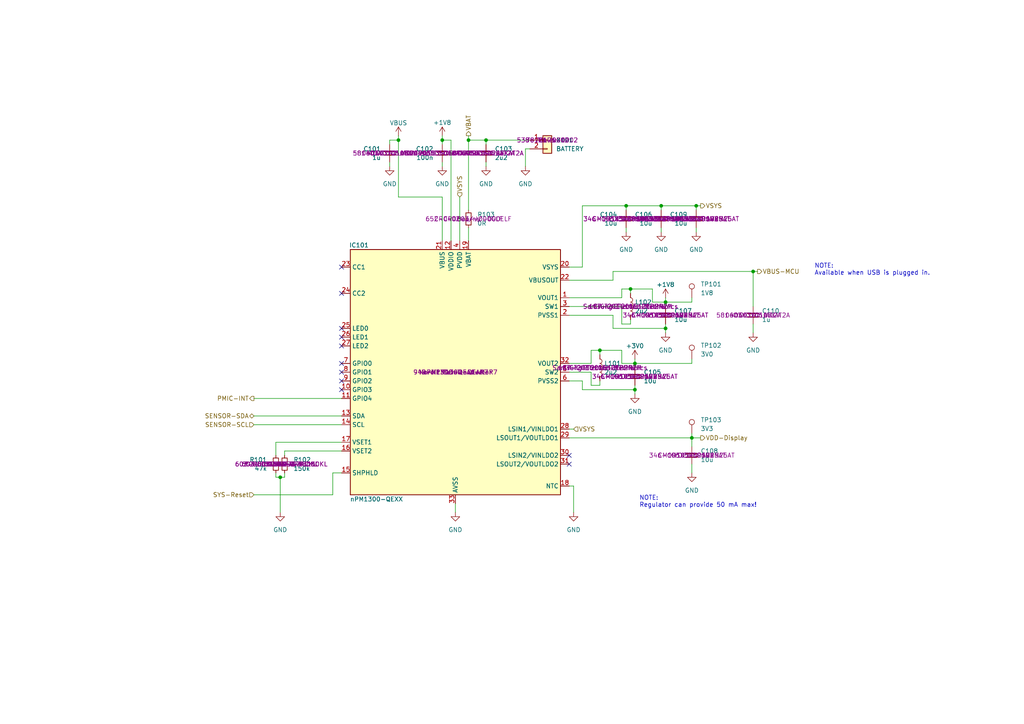
<source format=kicad_sch>
(kicad_sch (version 20250114) (generator "eeschema") (generator_version "9.0")
  (paper "A4")
  (title_block (title "ZSWatch v3") (date "2025-05-05") (rev "0") (company "github.com/jakkra/ZSWatch-HW"))
  (lib_symbols
    (symbol "Connector:TestPoint" (pin_numbers (hide yes)) (pin_names (offset 0.762) (hide yes))
      (property "Reference" "TP" (at 0 6.858 0))
      (property "Value" "TestPoint" (at 0 5.08 0))
      (symbol "TestPoint_0_1"
        (circle (center 0 3.302) (radius 0.762))
      )
      (symbol "TestPoint_1_1"
        (pin passive line (at 0 0 90) (length 2.54) (name "1") (number "1"))
      )
    )
    (symbol "Connector_Generic:Conn_01x02" (pin_names (offset 1.016) (hide yes))
      (property "Reference" "J" (at 0 2.54 0))
      (property "Value" "Conn_01x02" (at 0 -5.08 0))
      (symbol "Conn_01x02_1_1"
        (rectangle (start -1.27 1.27) (end 1.27 -3.81) (stroke (width 0.254)) (fill (type background)))
        (rectangle (start -1.27 0.127) (end 0 -0.127) (stroke (width 0.1524)))
        (rectangle (start -1.27 -2.413) (end 0 -2.667) (stroke (width 0.1524)))
        (pin passive line (at -5.08 0 0) (length 3.81) (name "Pin_1") (number "1"))
        (pin passive line (at -5.08 -2.54 0) (length 3.81) (name "Pin_2") (number "2"))
      )
    )
    (symbol "Device:C_Small" (pin_numbers (hide yes)) (pin_names (offset 0.254) (hide yes))
      (property "Reference" "C" (at 0.254 1.778 0))
      (property "Value" "C_Small" (at 0.254 -2.032 0))
      (symbol "C_Small_0_1"
        (polyline (pts (xy -1.524 0.508) (xy 1.524 0.508)) (stroke (width 0.3048)))
        (polyline (pts (xy -1.524 -0.508) (xy 1.524 -0.508)) (stroke (width 0.3302)))
      )
      (symbol "C_Small_1_1"
        (pin passive line (at 0 2.54 270) (length 2.032) (name "~") (number "1"))
        (pin passive line (at 0 -2.54 90) (length 2.032) (name "~") (number "2"))
      )
    )
    (symbol "Device:L" (pin_numbers (hide yes)) (pin_names (offset 1.016) (hide yes))
      (property "Reference" "L" (at -1.27 0 90))
      (property "Value" "L" (at 1.905 0 90))
      (symbol "L_0_1"
        (arc (start 0 2.54) (mid 0.6323 1.905) (end 0 1.27))
        (arc (start 0 1.27) (mid 0.6323 0.635) (end 0 0))
        (arc (start 0 0) (mid 0.6323 -0.635) (end 0 -1.27))
        (arc (start 0 -1.27) (mid 0.6323 -1.905) (end 0 -2.54))
      )
      (symbol "L_1_1"
        (pin passive line (at 0 3.81 270) (length 1.27) (name "1") (number "1"))
        (pin passive line (at 0 -3.81 90) (length 1.27) (name "2") (number "2"))
      )
    )
    (symbol "Device:R_Small" (pin_numbers (hide yes)) (pin_names (offset 0.254) (hide yes))
      (property "Reference" "R" (at 0.762 0.508 0))
      (property "Value" "R_Small" (at 0.762 -1.016 0))
      (symbol "R_Small_0_1"
        (rectangle (start -0.762 1.778) (end 0.762 -1.778) (stroke (width 0.2032)))
      )
      (symbol "R_Small_1_1"
        (pin passive line (at 0 2.54 270) (length 0.762) (name "~") (number "1"))
        (pin passive line (at 0 -2.54 90) (length 0.762) (name "~") (number "2"))
      )
    )
    (symbol "Nordic:nPM1300-QEXX"
      (property "Reference" "IC" (at -29.845 36.83 0))
      (property "Value" "nPM1300-QEXX" (at -22.86 -36.83 0))
      (symbol "nPM1300-QEXX_1_0"
        (pin input line (at -33.02 30.48 0) (length 2.54) (name "CC1") (number "23"))
        (pin input line (at -33.02 22.86 0) (length 2.54) (name "CC2") (number "24"))
        (pin output line (at -33.02 12.7 0) (length 2.54) (name "LED0") (number "25"))
        (pin output line (at -33.02 10.16 0) (length 2.54) (name "LED1") (number "26"))
        (pin output line (at -33.02 7.62 0) (length 2.54) (name "LED2") (number "27"))
        (pin bidirectional line (at -33.02 2.54 0) (length 2.54) (name "GPIO0") (number "7"))
        (pin bidirectional line (at -33.02 0 0) (length 2.54) (name "GPIO1") (number "8"))
        (pin bidirectional line (at -33.02 -2.54 0) (length 2.54) (name "GPIO2") (number "9"))
        (pin bidirectional line (at -33.02 -5.08 0) (length 2.54) (name "GPIO3") (number "10"))
        (pin bidirectional line (at -33.02 -7.62 0) (length 2.54) (name "GPIO4") (number "11"))
        (pin bidirectional line (at -33.02 -12.7 0) (length 2.54) (name "SDA") (number "13"))
        (pin input line (at -33.02 -15.24 0) (length 2.54) (name "SCL") (number "14"))
        (pin input line (at -33.02 -20.32 0) (length 2.54) (name "VSET1") (number "17"))
        (pin input line (at -33.02 -22.86 0) (length 2.54) (name "VSET2") (number "16"))
        (pin input line (at -33.02 -29.21 0) (length 2.54) (name "SHPHLD") (number "15"))
        (pin power_in line (at -3.81 38.1 270) (length 2.54) (name "VBUS") (number "21"))
        (pin power_in line (at -1.27 38.1 270) (length 2.54) (name "VDDIO") (number "12"))
        (pin passive line (at 0 -38.1 90) (length 2.54) (name "AVSS") (number "33"))
        (pin power_in line (at 1.27 38.1 270) (length 2.54) (name "PVDD") (number "4"))
        (pin power_in line (at 3.81 38.1 270) (length 2.54) (name "VBAT") (number "19"))
        (pin power_out line (at 33.02 30.48 180) (length 2.54) (name "VSYS") (number "20"))
        (pin power_out line (at 33.02 26.67 180) (length 2.54) (name "VBUSOUT") (number "22"))
        (pin power_out line (at 33.02 21.59 180) (length 2.54) (name "VOUT1") (number "1"))
        (pin input line (at 33.02 19.05 180) (length 2.54) (name "SW1") (number "3"))
        (pin input line (at 33.02 16.51 180) (length 2.54) (name "PVSS1") (number "2"))
        (pin power_out line (at 33.02 2.54 180) (length 2.54) (name "VOUT2") (number "32"))
        (pin input line (at 33.02 0 180) (length 2.54) (name "SW2") (number "5"))
        (pin input line (at 33.02 -2.54 180) (length 2.54) (name "PVSS2") (number "6"))
        (pin bidirectional line (at 33.02 -16.51 180) (length 2.54) (name "LSIN1/VINLDO1") (number "28"))
        (pin bidirectional line (at 33.02 -19.05 180) (length 2.54) (name "LSOUT1/VOUTLDO1") (number "29"))
        (pin bidirectional line (at 33.02 -24.13 180) (length 2.54) (name "LSIN2/VINLDO2") (number "30"))
        (pin bidirectional line (at 33.02 -26.67 180) (length 2.54) (name "LSOUT2/VOUTLDO2") (number "31"))
        (pin input line (at 33.02 -33.02 180) (length 2.54) (name "NTC") (number "18"))
      )
      (symbol "nPM1300-QEXX_1_1"
        (rectangle (start -30.48 35.56) (end 30.48 -35.56) (stroke (width 0.254)) (fill (type background)))
      )
    )
    (symbol "power:+1V8" (power) (pin_names (offset 0))
      (property "Value" "+1V8" (at 0 3.556 0))
      (symbol "+1V8_0_1"
        (polyline (pts (xy -0.762 1.27) (xy 0 2.54)))
        (polyline (pts (xy 0 2.54) (xy 0.762 1.27)))
        (polyline (pts (xy 0 0) (xy 0 2.54)))
      )
      (symbol "+1V8_1_1"
        (pin power_in line (at 0 0 90) (length 0) (hide yes) (name "+1V8") (number "1"))
      )
    )
    (symbol "power:+3V0" (power) (pin_names (offset 0))
      (property "Value" "+3V0" (at 0 3.556 0))
      (symbol "+3V0_0_1"
        (polyline (pts (xy -0.762 1.27) (xy 0 2.54)))
        (polyline (pts (xy 0 2.54) (xy 0.762 1.27)))
        (polyline (pts (xy 0 0) (xy 0 2.54)))
      )
      (symbol "+3V0_1_1"
        (pin power_in line (at 0 0 90) (length 0) (hide yes) (name "+3V0") (number "1"))
      )
    )
    (symbol "power:GND" (power) (pin_names (offset 0))
      (property "Value" "GND" (at 0 -3.81 0))
      (symbol "GND_0_1"
        (polyline (pts (xy 0 0) (xy 0 -1.27) (xy 1.27 -1.27) (xy 0 -2.54) (xy -1.27 -1.27) (xy 0 -1.27)))
      )
      (symbol "GND_1_1"
        (pin power_in line (at 0 0 270) (length 0) (hide yes) (name "GND") (number "1"))
      )
    )
    (symbol "power:VBUS" (power) (pin_names (offset 0))
      (property "Value" "VBUS" (at 0 3.81 0))
      (symbol "VBUS_0_1"
        (polyline (pts (xy -0.762 1.27) (xy 0 2.54)))
        (polyline (pts (xy 0 2.54) (xy 0.762 1.27)))
        (polyline (pts (xy 0 0) (xy 0 2.54)))
      )
      (symbol "VBUS_1_1"
        (pin power_in line (at 0 0 90) (length 0) (hide yes) (name "VBUS") (number "1"))
      )
    )
  )
  (text "NOTE:\nAvailable when USB is plugged in." (at 236.22 80.01 0) (effects (font (size 1.27 1.27)) (justify left bottom)))
  (text "NOTE:\nRegulator can provide 50 mA max!" (at 185.42 147.32 0) (effects (font (size 1.27 1.27)) (justify left bottom)))
  (junction (at 181.61 59.69))
  (junction (at 182.88 83.82))
  (junction (at 193.04 87.63))
  (junction (at 128.27 40.64))
  (junction (at 115.57 40.64))
  (junction (at 191.77 59.69))
  (junction (at 200.66 127))
  (junction (at 218.44 78.74))
  (junction (at 81.28 138.43))
  (junction (at 140.97 40.64))
  (junction (at 193.04 95.25))
  (junction (at 135.89 40.64))
  (junction (at 201.93 59.69))
  (junction (at 184.15 113.03))
  (junction (at 184.15 105.41))
  (junction (at 173.99 101.6))
  (no_connect (at 99.06 100.33))
  (no_connect (at 99.06 113.03))
  (no_connect (at 99.06 107.95))
  (no_connect (at 99.06 85.09))
  (no_connect (at 165.1 134.62))
  (no_connect (at 99.06 97.79))
  (no_connect (at 99.06 77.47))
  (no_connect (at 99.06 110.49))
  (no_connect (at 99.06 95.25))
  (no_connect (at 99.06 105.41))
  (no_connect (at 165.1 132.08))
  (wire (pts (xy 96.52 143.51) (xy 96.52 137.16)))
  (wire (pts (xy 180.34 101.6) (xy 180.34 105.41)))
  (wire (pts (xy 81.28 138.43) (xy 81.28 148.59)))
  (wire (pts (xy 140.97 40.64) (xy 140.97 41.91)))
  (wire (pts (xy 200.66 105.41) (xy 200.66 104.14)))
  (wire (pts (xy 201.93 59.69) (xy 201.93 60.96)))
  (wire (pts (xy 171.45 111.76) (xy 173.99 111.76)))
  (wire (pts (xy 135.89 40.64) (xy 135.89 60.96)))
  (wire (pts (xy 201.93 66.04) (xy 201.93 67.31)))
  (wire (pts (xy 73.66 143.51) (xy 96.52 143.51)))
  (wire (pts (xy 165.1 140.97) (xy 166.37 140.97)))
  (wire (pts (xy 189.23 83.82) (xy 189.23 87.63)))
  (wire (pts (xy 73.66 115.57) (xy 99.06 115.57)))
  (wire (pts (xy 180.34 83.82) (xy 182.88 83.82)))
  (wire (pts (xy 184.15 111.76) (xy 184.15 113.03)))
  (wire (pts (xy 200.66 127) (xy 203.2 127)))
  (wire (pts (xy 218.44 78.74) (xy 218.44 88.9)))
  (wire (pts (xy 168.91 113.03) (xy 184.15 113.03)))
  (wire (pts (xy 193.04 87.63) (xy 193.04 88.9)))
  (wire (pts (xy 165.1 81.28) (xy 177.8 81.28)))
  (wire (pts (xy 80.01 137.16) (xy 80.01 138.43)))
  (wire (pts (xy 113.03 40.64) (xy 113.03 41.91)))
  (wire (pts (xy 173.99 111.76) (xy 173.99 110.49)))
  (wire (pts (xy 168.91 59.69) (xy 168.91 77.47)))
  (wire (pts (xy 135.89 40.64) (xy 140.97 40.64)))
  (wire (pts (xy 218.44 93.98) (xy 218.44 96.52)))
  (wire (pts (xy 81.28 138.43) (xy 82.55 138.43)))
  (wire (pts (xy 128.27 57.15) (xy 128.27 69.85)))
  (wire (pts (xy 193.04 87.63) (xy 200.66 87.63)))
  (wire (pts (xy 177.8 95.25) (xy 193.04 95.25)))
  (wire (pts (xy 96.52 137.16) (xy 99.06 137.16)))
  (wire (pts (xy 184.15 113.03) (xy 184.15 114.3)))
  (wire (pts (xy 177.8 78.74) (xy 218.44 78.74)))
  (wire (pts (xy 165.1 110.49) (xy 168.91 110.49)))
  (wire (pts (xy 200.66 125.73) (xy 200.66 127)))
  (wire (pts (xy 165.1 127) (xy 200.66 127)))
  (wire (pts (xy 73.66 120.65) (xy 99.06 120.65)))
  (wire (pts (xy 128.27 46.99) (xy 128.27 48.26)))
  (wire (pts (xy 180.34 105.41) (xy 184.15 105.41)))
  (wire (pts (xy 181.61 59.69) (xy 168.91 59.69)))
  (wire (pts (xy 113.03 46.99) (xy 113.03 48.26)))
  (wire (pts (xy 201.93 59.69) (xy 203.2 59.69)))
  (wire (pts (xy 171.45 105.41) (xy 171.45 101.6)))
  (wire (pts (xy 200.66 134.62) (xy 200.66 137.16)))
  (wire (pts (xy 171.45 101.6) (xy 173.99 101.6)))
  (wire (pts (xy 165.1 91.44) (xy 177.8 91.44)))
  (wire (pts (xy 180.34 88.9) (xy 180.34 93.98)))
  (wire (pts (xy 135.89 66.04) (xy 135.89 69.85)))
  (wire (pts (xy 166.37 140.97) (xy 166.37 148.59)))
  (wire (pts (xy 82.55 130.81) (xy 82.55 132.08)))
  (wire (pts (xy 132.08 146.05) (xy 132.08 148.59)))
  (wire (pts (xy 115.57 57.15) (xy 128.27 57.15)))
  (wire (pts (xy 165.1 124.46) (xy 166.37 124.46)))
  (wire (pts (xy 181.61 59.69) (xy 181.61 60.96)))
  (wire (pts (xy 115.57 39.37) (xy 115.57 40.64)))
  (wire (pts (xy 181.61 59.69) (xy 191.77 59.69)))
  (wire (pts (xy 165.1 86.36) (xy 180.34 86.36)))
  (wire (pts (xy 165.1 105.41) (xy 171.45 105.41)))
  (wire (pts (xy 182.88 93.98) (xy 182.88 92.71)))
  (wire (pts (xy 113.03 40.64) (xy 115.57 40.64)))
  (wire (pts (xy 181.61 66.04) (xy 181.61 67.31)))
  (wire (pts (xy 80.01 138.43) (xy 81.28 138.43)))
  (wire (pts (xy 184.15 105.41) (xy 200.66 105.41)))
  (wire (pts (xy 180.34 86.36) (xy 180.34 83.82)))
  (wire (pts (xy 191.77 59.69) (xy 201.93 59.69)))
  (wire (pts (xy 73.66 123.19) (xy 99.06 123.19)))
  (wire (pts (xy 99.06 130.81) (xy 82.55 130.81)))
  (wire (pts (xy 184.15 104.14) (xy 184.15 105.41)))
  (wire (pts (xy 173.99 101.6) (xy 180.34 101.6)))
  (wire (pts (xy 128.27 39.37) (xy 128.27 40.64)))
  (wire (pts (xy 189.23 87.63) (xy 193.04 87.63)))
  (wire (pts (xy 168.91 110.49) (xy 168.91 113.03)))
  (wire (pts (xy 173.99 101.6) (xy 173.99 102.87)))
  (wire (pts (xy 80.01 128.27) (xy 80.01 132.08)))
  (wire (pts (xy 82.55 138.43) (xy 82.55 137.16)))
  (wire (pts (xy 152.4 43.18) (xy 152.4 48.26)))
  (wire (pts (xy 128.27 41.91) (xy 128.27 40.64)))
  (wire (pts (xy 140.97 40.64) (xy 153.67 40.64)))
  (wire (pts (xy 184.15 105.41) (xy 184.15 106.68)))
  (wire (pts (xy 135.89 39.37) (xy 135.89 40.64)))
  (wire (pts (xy 165.1 77.47) (xy 168.91 77.47)))
  (wire (pts (xy 200.66 87.63) (xy 200.66 86.36)))
  (wire (pts (xy 191.77 59.69) (xy 191.77 60.96)))
  (wire (pts (xy 191.77 66.04) (xy 191.77 67.31)))
  (wire (pts (xy 140.97 46.99) (xy 140.97 48.26)))
  (wire (pts (xy 193.04 93.98) (xy 193.04 95.25)))
  (wire (pts (xy 165.1 107.95) (xy 171.45 107.95)))
  (wire (pts (xy 182.88 83.82) (xy 182.88 85.09)))
  (wire (pts (xy 171.45 107.95) (xy 171.45 111.76)))
  (wire (pts (xy 99.06 128.27) (xy 80.01 128.27)))
  (wire (pts (xy 200.66 127) (xy 200.66 129.54)))
  (wire (pts (xy 128.27 40.64) (xy 130.81 40.64)))
  (wire (pts (xy 177.8 81.28) (xy 177.8 78.74)))
  (wire (pts (xy 182.88 83.82) (xy 189.23 83.82)))
  (wire (pts (xy 130.81 40.64) (xy 130.81 69.85)))
  (wire (pts (xy 193.04 86.36) (xy 193.04 87.63)))
  (wire (pts (xy 153.67 43.18) (xy 152.4 43.18)))
  (wire (pts (xy 165.1 88.9) (xy 180.34 88.9)))
  (wire (pts (xy 177.8 91.44) (xy 177.8 95.25)))
  (wire (pts (xy 115.57 57.15) (xy 115.57 40.64)))
  (wire (pts (xy 193.04 95.25) (xy 193.04 96.52)))
  (wire (pts (xy 218.44 78.74) (xy 219.71 78.74)))
  (wire (pts (xy 180.34 93.98) (xy 182.88 93.98)))
  (wire (pts (xy 133.35 69.85) (xy 133.35 57.15)))
  (hierarchical_label "VSYS" (shape output) (at 203.2 59.69 0))
  (hierarchical_label "VBAT" (shape output) (at 135.89 39.37 90))
  (hierarchical_label "VBUS-MCU" (shape output) (at 219.71 78.74 0))
  (hierarchical_label "SENSOR-SCL" (shape input) (at 73.66 123.19 180))
  (hierarchical_label "SENSOR-SDA" (shape bidirectional) (at 73.66 120.65 180))
  (hierarchical_label "VSYS" (shape input) (at 166.37 124.46 0))
  (hierarchical_label "VDD-Display" (shape output) (at 203.2 127 0))
  (hierarchical_label "VSYS" (shape input) (at 133.35 57.15 90))
  (hierarchical_label "SYS-Reset" (shape input) (at 73.66 143.51 180))
  (hierarchical_label "PMIC-INT" (shape output) (at 73.66 115.57 180))
  (symbol (lib_id "Device:C_Small") (at 218.44 91.44 0) (mirror y) (unit 1)
    (property "Reference" "C110" (at 220.98 90.1763 0) (effects (justify right)))
    (property "Value" "1u" (at 220.98 92.7163 0) (effects (justify right)))
    (property "Footprint" "Capacitor_SMD:C_0603_1608Metric" (effects (hide yes)))
    (property "Distributor" "Mouser" (effects (hide yes)))
    (property "manf" "KYOCERA AVX" (at 218.44 91.44 0))
    (property "manf#" "0603YC105JAT2A" (at 218.44 91.44 0))
    (property "mouser#" "581-0603YC105JAT2A" (at 218.44 91.44 0))
  )
  (symbol (lib_id "power:GND") (at 184.15 114.3 0) (unit 1)
    (property "Reference" "#PWR0112" (effects (hide yes)))
    (property "Value" "GND" (at 184.15 119.38 0))
  )
  (symbol (lib_id "Device:L") (at 173.99 106.68 0) (unit 1)
    (property "Reference" "L101" (at 175.26 105.41 0) (effects (justify left)))
    (property "Value" "2u2" (at 175.26 107.95 0) (effects (justify left)))
    (property "Footprint" "Inductor_SMD_Kampi:L_0806_2016" (effects (hide yes)))
    (property "Distributor" "Mouser" (effects (hide yes)))
    (property "manf" "Samsung Electro-Mechanics" (at 173.99 106.68 0))
    (property "manf#" "CIGT201610EH2R2MNE" (at 173.99 106.68 0))
    (property "mouser#" "187-CIGT201610EH2R2M" (at 173.99 106.68 0))
  )
  (symbol (lib_id "Device:C_Small") (at 113.03 44.45 0) (unit 1)
    (property "Reference" "C101" (at 110.49 43.1863 0) (effects (justify right)))
    (property "Value" "1u" (at 110.49 45.7263 0) (effects (justify right)))
    (property "Footprint" "Capacitor_SMD:C_0603_1608Metric" (effects (hide yes)))
    (property "Distributor" "Mouser" (effects (hide yes)))
    (property "manf" "KYOCERA AVX" (at 113.03 44.45 0))
    (property "manf#" "0603YC105JAT2A" (at 113.03 44.45 0))
    (property "mouser#" "581-0603YC105JAT2A" (at 113.03 44.45 0))
  )
  (symbol (lib_id "Device:C_Small") (at 184.15 109.22 0) (mirror y) (unit 1)
    (property "Reference" "C105" (at 186.69 107.9563 0) (effects (justify right)))
    (property "Value" "10u" (at 186.69 110.4963 0) (effects (justify right)))
    (property "Footprint" "Capacitor_SMD:C_0603_1608Metric" (effects (hide yes)))
    (property "Distributor" "Mouser" (effects (hide yes)))
    (property "manf" "KYOCERA AVX" (at 184.15 109.22 0))
    (property "manf#" "CM105X5R106M25AT" (at 184.15 109.22 0))
    (property "mouser#" "346-CM105X5R106M25AT" (at 184.15 109.22 0))
  )
  (symbol (lib_id "Device:R_Small") (at 82.55 134.62 180) (unit 1)
    (property "Reference" "R102" (at 85.09 133.35 0) (effects (justify right)))
    (property "Value" "150k" (at 85.09 135.89 0) (effects (justify right)))
    (property "Footprint" "Resistor_SMD:R_0603_1608Metric" (effects (hide yes)))
    (property "Datasheet" "https://www.mouser.de/datasheet/2/447/YAGEO_PYu_RC_Group_51_RoHS_L_12-3313492.pdf" (effects (hide yes)))
    (property "Distributor" "Mouser" (effects (hide yes)))
    (property "manf" "YAGEO" (at 82.55 134.62 0))
    (property "manf#" "RC0603FR-07150KL" (at 82.55 134.62 0))
    (property "mouser#" "603-RC0603FR-07150KL" (at 82.55 134.62 0))
  )
  (symbol (lib_id "Connector:TestPoint") (at 200.66 125.73 0) (unit 1) (in_bom no)
    (property "Reference" "TP103" (at 203.2 121.793 0) (effects (justify left)))
    (property "Value" "3V3" (at 203.2 124.333 0) (effects (justify left)))
    (property "Footprint" "TestPoint:TestPoint_Pad_D1.0mm" (effects (hide yes)))
  )
  (symbol (lib_id "power:+1V8") (at 128.27 39.37 0) (unit 1)
    (property "Reference" "#PWR0104" (effects (hide yes)))
    (property "Value" "+1V8" (at 128.27 35.56 0))
  )
  (symbol (lib_id "Device:C_Small") (at 193.04 91.44 0) (mirror y) (unit 1)
    (property "Reference" "C107" (at 195.58 90.1763 0) (effects (justify right)))
    (property "Value" "10u" (at 195.58 92.7163 0) (effects (justify right)))
    (property "Footprint" "Capacitor_SMD:C_0603_1608Metric" (effects (hide yes)))
    (property "Distributor" "Mouser" (effects (hide yes)))
    (property "manf" "KYOCERA AVX" (at 193.04 91.44 0))
    (property "manf#" "CM105X5R106M25AT" (at 193.04 91.44 0))
    (property "mouser#" "346-CM105X5R106M25AT" (at 193.04 91.44 0))
  )
  (symbol (lib_id "power:GND") (at 191.77 67.31 0) (unit 1)
    (property "Reference" "#PWR0113" (effects (hide yes)))
    (property "Value" "GND" (at 191.77 72.39 0))
  )
  (symbol (lib_id "Device:R_Small") (at 80.01 134.62 0) (mirror x) (unit 1)
    (property "Reference" "R101" (at 77.47 133.35 0) (effects (justify right)))
    (property "Value" "47k" (at 77.47 135.89 0) (effects (justify right)))
    (property "Footprint" "Resistor_SMD:R_0603_1608Metric" (effects (hide yes)))
    (property "Datasheet" "https://www.mouser.de/datasheet/2/447/YAGEO_PYu_RC_Group_51_RoHS_L_12-3313492.pdf" (effects (hide yes)))
    (property "Distributor" "Mouser" (effects (hide yes)))
    (property "manf" "YAGEO" (at 80.01 134.62 0))
    (property "manf#" "RC0603FR-0747KL" (at 80.01 134.62 0))
    (property "mouser#" "603-RC0603FR-0747KL" (at 80.01 134.62 0))
  )
  (symbol (lib_id "Nordic:nPM1300-QEXX") (at 132.08 107.95 0) (unit 1)
    (property "Reference" "IC101" (at 104.14 71.12 0))
    (property "Value" "nPM1300-QEXX" (at 109.22 144.78 0))
    (property "Footprint" "Package_DFN_QFN:QFN-32-1EP_5x5mm_P0.5mm_EP3.6x3.6mm_ThermalVias" (effects (hide yes)))
    (property "Datasheet" "https://docs.nordicsemi.com/category/npm1300-category" (effects (hide yes)))
    (property "Distributor" "Mouser" (effects (hide yes)))
    (property "manf" "Nordic Semiconductor" (at 132.08 107.95 0))
    (property "manf#" "nPM1300-QEAA-R7" (at 132.08 107.95 0))
    (property "mouser#" "949-NPM1300-QEAA-R7" (at 132.08 107.95 0))
  )
  (symbol (lib_id "power:+3V0") (at 184.15 104.14 0) (unit 1)
    (property "Reference" "#PWR0111" (effects (hide yes)))
    (property "Value" "+3V0" (at 184.15 100.33 0))
  )
  (symbol (lib_id "Device:C_Small") (at 191.77 63.5 0) (unit 1)
    (property "Reference" "C106" (at 189.23 62.2363 0) (effects (justify right)))
    (property "Value" "10u" (at 189.23 64.7763 0) (effects (justify right)))
    (property "Footprint" "Capacitor_SMD:C_0603_1608Metric" (effects (hide yes)))
    (property "Distributor" "Mouser" (effects (hide yes)))
    (property "manf" "KYOCERA AVX" (at 191.77 63.5 0))
    (property "manf#" "CM105X5R106M25AT" (at 191.77 63.5 0))
    (property "mouser#" "346-CM105X5R106M25AT" (at 191.77 63.5 0))
  )
  (symbol (lib_id "power:GND") (at 152.4 48.26 0) (unit 1)
    (property "Reference" "#PWR0108" (effects (hide yes)))
    (property "Value" "GND" (at 152.4 53.34 0))
  )
  (symbol (lib_id "power:GND") (at 201.93 67.31 0) (unit 1)
    (property "Reference" "#PWR0117" (effects (hide yes)))
    (property "Value" "GND" (at 201.93 72.39 0))
  )
  (symbol (lib_id "Device:L") (at 182.88 88.9 0) (unit 1)
    (property "Reference" "L102" (at 184.15 87.63 0) (effects (justify left)))
    (property "Value" "2u2" (at 184.15 90.17 0) (effects (justify left)))
    (property "Footprint" "Inductor_SMD_Kampi:L_0806_2016" (effects (hide yes)))
    (property "Distributor" "Mouser" (effects (hide yes)))
    (property "manf" "Samsung Electro-Mechanics" (at 182.88 88.9 0))
    (property "manf#" "CIGT201610EH2R2MNE" (at 182.88 88.9 0))
    (property "mouser#" "187-CIGT201610EH2R2M" (at 182.88 88.9 0))
  )
  (symbol (lib_id "Connector_Generic:Conn_01x02") (at 158.75 40.64 0) (unit 1)
    (property "Reference" "X101" (at 161.29 40.64 0) (effects (justify left)))
    (property "Value" "BATTERY" (at 161.29 43.18 0) (effects (justify left)))
    (property "Footprint" "Molex:78171-0002" (effects (hide yes)))
    (property "Datasheet" "https://www.molex.com/en-us/products/part-detail/781710002?display=pdf" (effects (hide yes)))
    (property "Distributor" "Mouser" (effects (hide yes)))
    (property "manf" "Molex" (at 158.75 40.64 0))
    (property "manf#" "78171-0002" (at 158.75 40.64 0))
    (property "mouser#" "538-78171-0002" (at 158.75 40.64 0))
  )
  (symbol (lib_id "power:GND") (at 132.08 148.59 0) (unit 1)
    (property "Reference" "#PWR0106" (effects (hide yes)))
    (property "Value" "GND" (at 132.08 153.67 0))
  )
  (symbol (lib_id "Device:R_Small") (at 135.89 63.5 0) (mirror y) (unit 1)
    (property "Reference" "R103" (at 138.43 62.23 0) (effects (justify right)))
    (property "Value" "0R" (at 138.43 64.77 0) (effects (justify right)))
    (property "Footprint" "Resistor_SMD:R_0402_1005Metric" (effects (hide yes)))
    (property "Distributor" "Mouser" (effects (hide yes)))
    (property "manf" "Bourns" (at 135.89 63.5 0))
    (property "manf#" "CR0402-J/-000GLF" (at 135.89 63.5 0))
    (property "mouser#" "652-CR0603-J/-000ELF" (at 135.89 63.5 0))
  )
  (symbol (lib_id "power:GND") (at 113.03 48.26 0) (unit 1)
    (property "Reference" "#PWR0102" (effects (hide yes)))
    (property "Value" "GND" (at 113.03 53.34 0))
  )
  (symbol (lib_id "Device:C_Small") (at 181.61 63.5 0) (unit 1)
    (property "Reference" "C104" (at 179.07 62.2363 0) (effects (justify right)))
    (property "Value" "10u" (at 179.07 64.7763 0) (effects (justify right)))
    (property "Footprint" "Capacitor_SMD:C_0603_1608Metric" (effects (hide yes)))
    (property "Distributor" "Mouser" (effects (hide yes)))
    (property "manf" "KYOCERA AVX" (at 181.61 63.5 0))
    (property "manf#" "CM105X5R106M25AT" (at 181.61 63.5 0))
    (property "mouser#" "346-CM105X5R106M25AT" (at 181.61 63.5 0))
  )
  (symbol (lib_id "Device:C_Small") (at 140.97 44.45 0) (mirror y) (unit 1)
    (property "Reference" "C103" (at 143.51 43.1863 0) (effects (justify right)))
    (property "Value" "2u2" (at 143.51 45.7263 0) (effects (justify right)))
    (property "Footprint" "Capacitor_SMD:C_0603_1608Metric" (effects (hide yes)))
    (property "Distributor" "Mouser" (effects (hide yes)))
    (property "manf" "KYOCERA AVX" (at 140.97 44.45 0))
    (property "manf#" "06036D225KAT2A" (at 140.97 44.45 0))
    (property "mouser#" "581-06036D225KAT2A" (at 140.97 44.45 0))
  )
  (symbol (lib_id "power:GND") (at 181.61 67.31 0) (unit 1)
    (property "Reference" "#PWR0110" (effects (hide yes)))
    (property "Value" "GND" (at 181.61 72.39 0))
  )
  (symbol (lib_id "power:GND") (at 200.66 137.16 0) (unit 1)
    (property "Reference" "#PWR0116" (effects (hide yes)))
    (property "Value" "GND" (at 200.66 142.24 0))
  )
  (symbol (lib_id "Device:C_Small") (at 200.66 132.08 0) (mirror y) (unit 1)
    (property "Reference" "C108" (at 203.2 130.8163 0) (effects (justify right)))
    (property "Value" "10u" (at 203.2 133.3563 0) (effects (justify right)))
    (property "Footprint" "Capacitor_SMD:C_0603_1608Metric" (effects (hide yes)))
    (property "Distributor" "Mouser" (effects (hide yes)))
    (property "manf" "KYOCERA AVX" (at 200.66 132.08 0))
    (property "manf#" "CM105X5R106M25AT" (at 200.66 132.08 0))
    (property "mouser#" "346-CM105X5R106M25AT" (at 200.66 132.08 0))
  )
  (symbol (lib_id "power:+1V8") (at 193.04 86.36 0) (unit 1)
    (property "Reference" "#PWR0114" (effects (hide yes)))
    (property "Value" "+1V8" (at 193.04 82.55 0))
  )
  (symbol (lib_id "Connector:TestPoint") (at 200.66 104.14 0) (unit 1) (in_bom no)
    (property "Reference" "TP102" (at 203.2 100.203 0) (effects (justify left)))
    (property "Value" "3V0" (at 203.2 102.743 0) (effects (justify left)))
    (property "Footprint" "TestPoint:TestPoint_Pad_D1.0mm" (effects (hide yes)))
  )
  (symbol (lib_id "power:GND") (at 218.44 96.52 0) (unit 1)
    (property "Reference" "#PWR0118" (effects (hide yes)))
    (property "Value" "GND" (at 218.44 101.6 0))
  )
  (symbol (lib_id "power:VBUS") (at 115.57 39.37 0) (mirror y) (unit 1)
    (property "Reference" "#PWR0103" (effects (hide yes)))
    (property "Value" "VBUS" (at 115.57 35.6616 0))
  )
  (symbol (lib_id "Device:C_Small") (at 128.27 44.45 0) (unit 1)
    (property "Reference" "C102" (at 125.73 43.1863 0) (effects (justify right)))
    (property "Value" "100n" (at 125.73 45.7263 0) (effects (justify right)))
    (property "Footprint" "Capacitor_SMD:C_0603_1608Metric" (effects (hide yes)))
    (property "Distributor" "Mouser" (effects (hide yes)))
    (property "manf" "KYOCERA AVX" (at 128.27 44.45 0))
    (property "manf#" "06035C104KAT2A" (at 128.27 44.45 0))
    (property "mouser#" "581-06035C104KAT2A" (at 128.27 44.45 0))
  )
  (symbol (lib_id "Device:C_Small") (at 201.93 63.5 0) (unit 1)
    (property "Reference" "C109" (at 199.39 62.2363 0) (effects (justify right)))
    (property "Value" "10u" (at 199.39 64.7763 0) (effects (justify right)))
    (property "Footprint" "Capacitor_SMD:C_0603_1608Metric" (effects (hide yes)))
    (property "Distributor" "Mouser" (effects (hide yes)))
    (property "manf" "KYOCERA AVX" (at 201.93 63.5 0))
    (property "manf#" "CM105X5R106M25AT" (at 201.93 63.5 0))
    (property "mouser#" "346-CM105X5R106M25AT" (at 201.93 63.5 0))
  )
  (symbol (lib_id "power:GND") (at 166.37 148.59 0) (unit 1)
    (property "Reference" "#PWR0109" (effects (hide yes)))
    (property "Value" "GND" (at 166.37 153.67 0))
  )
  (symbol (lib_id "power:GND") (at 140.97 48.26 0) (unit 1)
    (property "Reference" "#PWR0107" (effects (hide yes)))
    (property "Value" "GND" (at 140.97 53.34 0))
  )
  (symbol (lib_id "Connector:TestPoint") (at 200.66 86.36 0) (unit 1) (in_bom no)
    (property "Reference" "TP101" (at 203.2 82.423 0) (effects (justify left)))
    (property "Value" "1V8" (at 203.2 84.963 0) (effects (justify left)))
    (property "Footprint" "TestPoint:TestPoint_Pad_D1.0mm" (effects (hide yes)))
  )
  (symbol (lib_id "power:GND") (at 193.04 96.52 0) (unit 1)
    (property "Reference" "#PWR0115" (effects (hide yes)))
    (property "Value" "GND" (at 193.04 101.6 0))
  )
  (symbol (lib_id "power:GND") (at 128.27 48.26 0) (unit 1)
    (property "Reference" "#PWR0105" (effects (hide yes)))
    (property "Value" "GND" (at 128.27 53.34 0))
  )
  (symbol (lib_id "power:GND") (at 81.28 148.59 0) (unit 1)
    (property "Reference" "#PWR0101" (effects (hide yes)))
    (property "Value" "GND" (at 81.28 153.67 0))
  )
)
</source>
